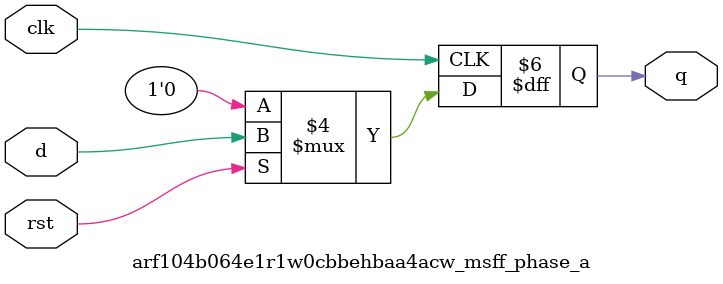
<source format=sv>
`ifndef ARF104B064E1R1W0CBBEHBAA4ACW_MSFF_PHASE_A_SV
`define ARF104B064E1R1W0CBBEHBAA4ACW_MSFF_PHASE_A_SV

module arf104b064e1r1w0cbbehbaa4acw_msff_phase_a #
(
  parameter DWIDTH = 1
)
(
  input  logic [DWIDTH-1:0] d,
  input  logic clk,
  input  logic rst,
  output logic [DWIDTH-1:0] q
);

always_ff @ (posedge clk) begin
  if (~rst) begin
    q <= '0;
  end
  else begin
    q <= d;
  end
end

endmodule // arf104b064e1r1w0cbbehbaa4acw_msff_phase_a

`endif // ARF104B064E1R1W0CBBEHBAA4ACW_MSFF_PHASE_A_SV
</source>
